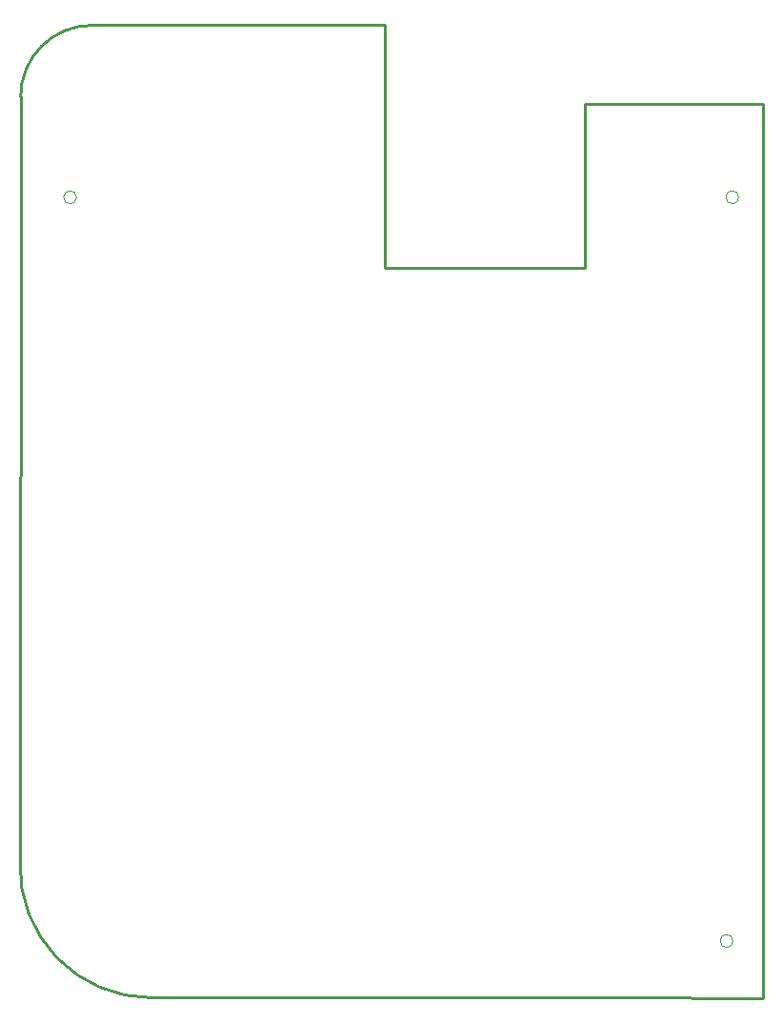
<source format=gbr>
%TF.GenerationSoftware,KiCad,Pcbnew,(7.0.0)*%
%TF.CreationDate,2023-02-19T15:54:43+01:00*%
%TF.ProjectId,bbb-can-bus-cape,6262622d-6361-46e2-9d62-75732d636170,rev?*%
%TF.SameCoordinates,Original*%
%TF.FileFunction,Profile,NP*%
%FSLAX46Y46*%
G04 Gerber Fmt 4.6, Leading zero omitted, Abs format (unit mm)*
G04 Created by KiCad (PCBNEW (7.0.0)) date 2023-02-19 15:54:43*
%MOMM*%
%LPD*%
G01*
G04 APERTURE LIST*
%TA.AperFunction,Profile*%
%ADD10C,0.120000*%
%TD*%
%TA.AperFunction,Profile*%
%ADD11C,0.254000*%
%TD*%
G04 APERTURE END LIST*
D10*
X166398100Y-124012400D02*
G75*
G03*
X166398100Y-124012400I-576000J0D01*
G01*
X166906100Y-57972400D02*
G75*
G03*
X166906100Y-57972400I-576000J0D01*
G01*
X108046100Y-57972400D02*
G75*
G03*
X108046100Y-57972400I-576000J0D01*
G01*
D11*
X135420100Y-42697400D02*
X120815100Y-42697400D01*
X169065100Y-129092400D02*
X169075100Y-116357400D01*
X114663100Y-129052692D02*
X127165100Y-129057400D01*
X153200100Y-64287400D02*
X135420100Y-64287400D01*
X156375100Y-129057400D02*
X169065100Y-129092400D01*
X169075100Y-116357400D02*
X169075100Y-49682400D01*
X153200100Y-49682400D02*
X153200100Y-64287400D01*
X169075100Y-49682400D02*
X153200100Y-49682400D01*
X109420227Y-42697401D02*
X120815100Y-42697400D01*
X109420227Y-42697428D02*
G75*
G03*
X103070228Y-49047400I-27J-6349972D01*
G01*
X127165100Y-129057400D02*
X156375100Y-129057400D01*
X103025146Y-117027401D02*
G75*
G03*
X114663100Y-129052692I11637954J-381099D01*
G01*
X103070228Y-49047400D02*
X103025100Y-117027400D01*
X135420100Y-64287400D02*
X135420100Y-42697400D01*
M02*

</source>
